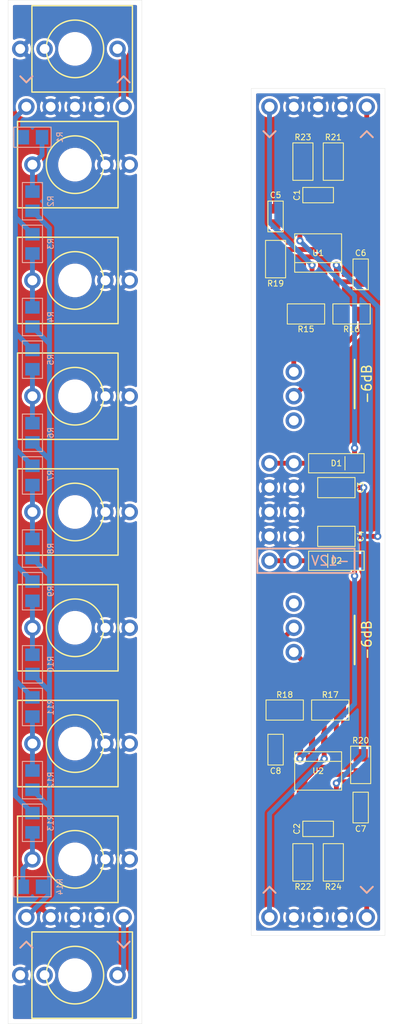
<source format=kicad_pcb>
(kicad_pcb (version 20171130) (host pcbnew 5.1.5)
  (layers (0 F.Cu signal) (31 B.Cu signal) (34 B.Paste user) (35 F.Paste user) (36 B.SilkS user) (37 F.SilkS user) (38 B.Mask user) (39 F.Mask user) (44 Edge.Cuts user))
  (net 0 "")
  (net 1 GND)
  (net 2 "Net-(C1-Pad1)")
  (net 3 "Net-(C1-Pad2)")
  (net 4 "Net-(C2-Pad1)")
  (net 5 "Net-(C2-Pad2)")
  (net 6 +12V)
  (net 7 -12V)
  (net 8 "Net-(D1-Pad2)")
  (net 9 "Net-(D2-Pad1)")
  (net 10 "Net-(J1-Pad2)")
  (net 11 "Net-(J1-Pad3)")
  (net 12 "Net-(J2-Pad3)")
  (net 13 "Net-(J3-Pad3)")
  (net 14 "Net-(J4-Pad3)")
  (net 15 "Net-(J5-Pad3)")
  (net 16 "Net-(J6-Pad3)")
  (net 17 "Net-(J7-Pad3)")
  (net 18 "Net-(J8-Pad3)")
  (net 19 "Net-(J9-Pad2)")
  (net 20 "Net-(J9-Pad3)")
  (net 21 "Net-(P1-Pad1)")
  (net 22 "Net-(P2-Pad1)")
  (net 23 "Net-(P3-Pad5)")
  (net 24 "Net-(P4-Pad5)")
  (net 25 "Net-(P5-Pad2)")
  (net 26 "Net-(P5-Pad3)")
  (net 27 "Net-(P6-Pad2)")
  (net 28 "Net-(P6-Pad3)")
  (net 29 "Net-(P3-Pad1)")
  (net 30 "Net-(P4-Pad1)")
  (net 31 "Net-(P5-Pad1)")
  (net 32 "Net-(P6-Pad1)")
  (module nearness:0805 (layer F.Cu) (at 28.8925 -20.6375)
    (fp_text reference R16 (at 0 1.5875) (layer F.SilkS) (effects (font (size 0.6 0.6) (thickness 0.1))))
    (fp_text value 100k)
    (pad 1 smd rect (at -1 0) (size 1.3 1.5) (layers F.Cu F.Paste F.Mask) (net 29 "Net-(P3-Pad1)"))
    (pad 2 smd rect (at 1 0) (size 1.3 1.5) (layers F.Cu F.Paste F.Mask) (net 25 "Net-(P5-Pad2)"))
  )
  (module nearness:0603 (layer F.Cu) (at 25.4 -33.02 180)
    (fp_text reference C1 (at 2.2225 0 270) (layer F.SilkS) (effects (font (size 0.6 0.6) (thickness 0.1))))
    (fp_text value 22p)
    (pad 1 smd rect (at -0.8 0 180) (size 1 1) (layers F.Cu F.Paste F.Mask) (net 2 "Net-(C1-Pad1)"))
    (pad 2 smd rect (at 0.8 0 180) (size 1 1) (layers F.Cu F.Paste F.Mask) (net 3 "Net-(C1-Pad2)"))
  )
  (module nearness:0603 (layer F.Cu) (at 25.4 33.02)
    (fp_text reference C2 (at -2.2225 0 90) (layer F.SilkS) (effects (font (size 0.6 0.6) (thickness 0.1))))
    (fp_text value 22p)
    (pad 1 smd rect (at -0.8 0) (size 1 1) (layers F.Cu F.Paste F.Mask) (net 4 "Net-(C2-Pad1)"))
    (pad 2 smd rect (at 0.8 0) (size 1 1) (layers F.Cu F.Paste F.Mask) (net 5 "Net-(C2-Pad2)"))
  )
  (module nearness:0805 (layer F.Cu) (at 27.305 -2.54 180)
    (fp_text reference C3 (at -2.54 0 270) (layer F.SilkS) (effects (font (size 0.6 0.6) (thickness 0.1))))
    (fp_text value 22u)
    (pad 1 smd rect (at -1 0 180) (size 1.3 1.5) (layers F.Cu F.Paste F.Mask) (net 6 +12V))
    (pad 2 smd rect (at 1 0 180) (size 1.3 1.5) (layers F.Cu F.Paste F.Mask) (net 1 GND))
  )
  (module nearness:0805 (layer F.Cu) (at 27.305 2.54)
    (fp_text reference C4 (at 2.54 0 90) (layer F.SilkS) (effects (font (size 0.6 0.6) (thickness 0.1))))
    (fp_text value 22u)
    (pad 1 smd rect (at -1 0) (size 1.3 1.5) (layers F.Cu F.Paste F.Mask) (net 1 GND))
    (pad 2 smd rect (at 1 0) (size 1.3 1.5) (layers F.Cu F.Paste F.Mask) (net 7 -12V))
  )
  (module nearness:0603 (layer F.Cu) (at 20.955 -30.7975 90)
    (fp_text reference C5 (at 2.2225 0 180) (layer F.SilkS) (effects (font (size 0.6 0.6) (thickness 0.1))))
    (fp_text value 100n)
    (pad 1 smd rect (at -0.8 0 90) (size 1 1) (layers F.Cu F.Paste F.Mask) (net 6 +12V))
    (pad 2 smd rect (at 0.8 0 90) (size 1 1) (layers F.Cu F.Paste F.Mask) (net 1 GND))
  )
  (module nearness:0603 (layer F.Cu) (at 29.845 -24.765 270)
    (fp_text reference C6 (at -2.2225 0) (layer F.SilkS) (effects (font (size 0.6 0.6) (thickness 0.1))))
    (fp_text value 100n)
    (pad 1 smd rect (at -0.8 0 270) (size 1 1) (layers F.Cu F.Paste F.Mask) (net 1 GND))
    (pad 2 smd rect (at 0.8 0 270) (size 1 1) (layers F.Cu F.Paste F.Mask) (net 7 -12V))
  )
  (module nearness:0603 (layer F.Cu) (at 29.845 30.7975 270)
    (fp_text reference C7 (at 2.2225 0) (layer F.SilkS) (effects (font (size 0.6 0.6) (thickness 0.1))))
    (fp_text value 100n)
    (pad 1 smd rect (at -0.8 0 270) (size 1 1) (layers F.Cu F.Paste F.Mask) (net 6 +12V))
    (pad 2 smd rect (at 0.8 0 270) (size 1 1) (layers F.Cu F.Paste F.Mask) (net 1 GND))
  )
  (module nearness:0603 (layer F.Cu) (at 20.955 24.765 90)
    (fp_text reference C8 (at -2.2225 0 180) (layer F.SilkS) (effects (font (size 0.6 0.6) (thickness 0.1))))
    (fp_text value 100n)
    (pad 1 smd rect (at -0.8 0 90) (size 1 1) (layers F.Cu F.Paste F.Mask) (net 1 GND))
    (pad 2 smd rect (at 0.8 0 90) (size 1 1) (layers F.Cu F.Paste F.Mask) (net 7 -12V))
  )
  (module nearness:SOD-123 (layer F.Cu) (at 27.305 -5.08 180)
    (fp_text reference D1 (at 0 0 180) (layer F.SilkS) (effects (font (size 0.6 0.6) (thickness 0.1))))
    (fp_text value 1N5819HW)
    (pad 1 smd rect (at -1.9 0 180) (size 1.4 1.4) (layers F.Cu F.Paste F.Mask) (net 6 +12V))
    (pad 2 smd rect (at 1.9 0 180) (size 1.4 1.4) (layers F.Cu F.Paste F.Mask) (net 8 "Net-(D1-Pad2)"))
  )
  (module nearness:SOD-123 (layer F.Cu) (at 27.305 5.08)
    (fp_text reference D2 (at 0 0) (layer F.SilkS) (effects (font (size 0.6 0.6) (thickness 0.1))))
    (fp_text value 1N5819HW)
    (pad 1 smd rect (at -1.9 0) (size 1.4 1.4) (layers F.Cu F.Paste F.Mask) (net 9 "Net-(D2-Pad1)"))
    (pad 2 smd rect (at 1.9 0) (size 1.4 1.4) (layers F.Cu F.Paste F.Mask) (net 7 -12V))
  )
  (module nearness:SOIC-8 (layer F.Cu) (at 25.4 -26.9875)
    (fp_text reference U1 (at 0 0) (layer F.SilkS) (effects (font (size 0.6 0.6) (thickness 0.1))))
    (fp_text value LME49720)
    (pad 1 smd rect (at -1.905 3) (size 0.65 2) (layers F.Cu F.Paste F.Mask) (net 31 "Net-(P5-Pad1)"))
    (pad 2 smd rect (at -0.635 3) (size 0.65 2) (layers F.Cu F.Paste F.Mask) (net 29 "Net-(P3-Pad1)"))
    (pad 3 smd rect (at 0.635 3) (size 0.65 2) (layers F.Cu F.Paste F.Mask) (net 1 GND))
    (pad 4 smd rect (at 1.905 3) (size 0.65 2) (layers F.Cu F.Paste F.Mask) (net 7 -12V))
    (pad 5 smd rect (at 1.905 -3) (size 0.65 2) (layers F.Cu F.Paste F.Mask) (net 1 GND))
    (pad 6 smd rect (at 0.635 -3) (size 0.65 2) (layers F.Cu F.Paste F.Mask) (net 2 "Net-(C1-Pad1)"))
    (pad 7 smd rect (at -0.635 -3) (size 0.65 2) (layers F.Cu F.Paste F.Mask) (net 3 "Net-(C1-Pad2)"))
    (pad 8 smd rect (at -1.905 -3) (size 0.65 2) (layers F.Cu F.Paste F.Mask) (net 6 +12V))
  )
  (module nearness:SOIC-8 (layer F.Cu) (at 25.4 26.9875 180)
    (fp_text reference U2 (at 0 0 180) (layer F.SilkS) (effects (font (size 0.6 0.6) (thickness 0.1))))
    (fp_text value LME49720)
    (pad 1 smd rect (at -1.905 3 180) (size 0.65 2) (layers F.Cu F.Paste F.Mask) (net 32 "Net-(P6-Pad1)"))
    (pad 2 smd rect (at -0.635 3 180) (size 0.65 2) (layers F.Cu F.Paste F.Mask) (net 30 "Net-(P4-Pad1)"))
    (pad 3 smd rect (at 0.635 3 180) (size 0.65 2) (layers F.Cu F.Paste F.Mask) (net 1 GND))
    (pad 4 smd rect (at 1.905 3 180) (size 0.65 2) (layers F.Cu F.Paste F.Mask) (net 7 -12V))
    (pad 5 smd rect (at 1.905 -3 180) (size 0.65 2) (layers F.Cu F.Paste F.Mask) (net 1 GND))
    (pad 6 smd rect (at 0.635 -3 180) (size 0.65 2) (layers F.Cu F.Paste F.Mask) (net 4 "Net-(C2-Pad1)"))
    (pad 7 smd rect (at -0.635 -3 180) (size 0.65 2) (layers F.Cu F.Paste F.Mask) (net 5 "Net-(C2-Pad2)"))
    (pad 8 smd rect (at -1.905 -3 180) (size 0.65 2) (layers F.Cu F.Paste F.Mask) (net 6 +12V))
  )
  (module nearness:Pin_1x5 (layer F.Cu) (at 0 -42.2275 90)
    (fp_text reference P1 hide)
    (fp_text value CONN_01X05)
    (pad 1 thru_hole circle (at 0 -5.08 90) (size 1.7272 1.7272) (drill 1.016) (layers *.Cu *.Mask) (net 21 "Net-(P1-Pad1)"))
    (pad 2 thru_hole circle (at 0 -2.54 90) (size 1.7272 1.7272) (drill 1.016) (layers *.Cu *.Mask) (net 1 GND))
    (pad 3 thru_hole circle (at 0 0 90) (size 1.7272 1.7272) (drill 1.016) (layers *.Cu *.Mask) (net 1 GND))
    (pad 4 thru_hole circle (at 0 2.54 90) (size 1.7272 1.7272) (drill 1.016) (layers *.Cu *.Mask) (net 1 GND))
    (pad 5 thru_hole circle (at 0 5.08 90) (size 1.7272 1.7272) (drill 1.016) (layers *.Cu *.Mask) (net 11 "Net-(J1-Pad3)"))
  )
  (module nearness:Pin_1x5 (layer F.Cu) (at 0 42.2275 90)
    (fp_text reference P2 hide)
    (fp_text value CONN_01X05)
    (pad 1 thru_hole circle (at 0 -5.08 90) (size 1.7272 1.7272) (drill 1.016) (layers *.Cu *.Mask) (net 22 "Net-(P2-Pad1)"))
    (pad 2 thru_hole circle (at 0 -2.54 90) (size 1.7272 1.7272) (drill 1.016) (layers *.Cu *.Mask) (net 1 GND))
    (pad 3 thru_hole circle (at 0 0 90) (size 1.7272 1.7272) (drill 1.016) (layers *.Cu *.Mask) (net 1 GND))
    (pad 4 thru_hole circle (at 0 2.54 90) (size 1.7272 1.7272) (drill 1.016) (layers *.Cu *.Mask) (net 1 GND))
    (pad 5 thru_hole circle (at 0 5.08 90) (size 1.7272 1.7272) (drill 1.016) (layers *.Cu *.Mask) (net 20 "Net-(J9-Pad3)"))
  )
  (module nearness:Pin_1x5 (layer F.Cu) (at 25.4 -42.2275 90)
    (fp_text reference P3 hide)
    (fp_text value CONN_01X05)
    (pad 1 thru_hole circle (at 0 -5.08 90) (size 1.7272 1.7272) (drill 1.016) (layers *.Cu *.Mask) (net 29 "Net-(P3-Pad1)"))
    (pad 2 thru_hole circle (at 0 -2.54 90) (size 1.7272 1.7272) (drill 1.016) (layers *.Cu *.Mask) (net 1 GND))
    (pad 3 thru_hole circle (at 0 0 90) (size 1.7272 1.7272) (drill 1.016) (layers *.Cu *.Mask) (net 1 GND))
    (pad 4 thru_hole circle (at 0 2.54 90) (size 1.7272 1.7272) (drill 1.016) (layers *.Cu *.Mask) (net 1 GND))
    (pad 5 thru_hole circle (at 0 5.08 90) (size 1.7272 1.7272) (drill 1.016) (layers *.Cu *.Mask) (net 23 "Net-(P3-Pad5)"))
  )
  (module nearness:Pin_1x5 (layer F.Cu) (at 25.4 42.2275 90)
    (fp_text reference P4 hide)
    (fp_text value CONN_01X05)
    (pad 1 thru_hole circle (at 0 -5.08 90) (size 1.7272 1.7272) (drill 1.016) (layers *.Cu *.Mask) (net 30 "Net-(P4-Pad1)"))
    (pad 2 thru_hole circle (at 0 -2.54 90) (size 1.7272 1.7272) (drill 1.016) (layers *.Cu *.Mask) (net 1 GND))
    (pad 3 thru_hole circle (at 0 0 90) (size 1.7272 1.7272) (drill 1.016) (layers *.Cu *.Mask) (net 1 GND))
    (pad 4 thru_hole circle (at 0 2.54 90) (size 1.7272 1.7272) (drill 1.016) (layers *.Cu *.Mask) (net 1 GND))
    (pad 5 thru_hole circle (at 0 5.08 90) (size 1.7272 1.7272) (drill 1.016) (layers *.Cu *.Mask) (net 24 "Net-(P4-Pad5)"))
  )
  (module nearness:Pin_1x3 (layer F.Cu) (at 22.86 -12.065)
    (fp_text reference P5 hide)
    (fp_text value CONN_01X03)
    (pad 1 thru_hole circle (at 0 -2.54) (size 1.7272 1.7272) (drill 1.016) (layers *.Cu *.Mask) (net 31 "Net-(P5-Pad1)"))
    (pad 2 thru_hole circle (at 0 0) (size 1.7272 1.7272) (drill 1.016) (layers *.Cu *.Mask) (net 25 "Net-(P5-Pad2)"))
    (pad 3 thru_hole circle (at 0 2.54) (size 1.7272 1.7272) (drill 1.016) (layers *.Cu *.Mask) (net 26 "Net-(P5-Pad3)"))
  )
  (module nearness:Pin_1x3 (layer F.Cu) (at 22.86 12.065 180)
    (fp_text reference P6 hide)
    (fp_text value CONN_01X03)
    (pad 1 thru_hole circle (at 0 -2.54 180) (size 1.7272 1.7272) (drill 1.016) (layers *.Cu *.Mask) (net 32 "Net-(P6-Pad1)"))
    (pad 2 thru_hole circle (at 0 0 180) (size 1.7272 1.7272) (drill 1.016) (layers *.Cu *.Mask) (net 27 "Net-(P6-Pad2)"))
    (pad 3 thru_hole circle (at 0 2.54 180) (size 1.7272 1.7272) (drill 1.016) (layers *.Cu *.Mask) (net 28 "Net-(P6-Pad3)"))
  )
  (module nearness:0805 (layer B.Cu) (at -4.445 -39.0525 180)
    (fp_text reference R1 (at -2.8575 0 270) (layer B.SilkS) (effects (font (size 0.6 0.6) (thickness 0.1)) (justify mirror)))
    (fp_text value 100k)
    (pad 1 smd rect (at -1 0 180) (size 1.3 1.5) (layers B.Cu B.Paste B.Mask) (net 12 "Net-(J2-Pad3)"))
    (pad 2 smd rect (at 1 0 180) (size 1.3 1.5) (layers B.Cu B.Paste B.Mask) (net 21 "Net-(P1-Pad1)"))
  )
  (module nearness:0805 (layer B.Cu) (at -4.445 -32.385 270)
    (fp_text reference R2 (at 0 -1.905 90) (layer B.SilkS) (effects (font (size 0.6 0.6) (thickness 0.1)) (justify mirror)))
    (fp_text value 1M67)
    (pad 1 smd rect (at -1 0 270) (size 1.3 1.5) (layers B.Cu B.Paste B.Mask) (net 12 "Net-(J2-Pad3)"))
    (pad 2 smd rect (at 1 0 270) (size 1.3 1.5) (layers B.Cu B.Paste B.Mask) (net 22 "Net-(P2-Pad1)"))
  )
  (module nearness:0805 (layer B.Cu) (at -4.445 -27.94 90)
    (fp_text reference R3 (at 0 1.905 90) (layer B.SilkS) (effects (font (size 0.6 0.6) (thickness 0.1)) (justify mirror)))
    (fp_text value 103k)
    (pad 1 smd rect (at -1 0 90) (size 1.3 1.5) (layers B.Cu B.Paste B.Mask) (net 13 "Net-(J3-Pad3)"))
    (pad 2 smd rect (at 1 0 90) (size 1.3 1.5) (layers B.Cu B.Paste B.Mask) (net 21 "Net-(P1-Pad1)"))
  )
  (module nearness:0805 (layer B.Cu) (at -4.445 -20.32 270)
    (fp_text reference R4 (at 0 -1.905 270) (layer B.SilkS) (effects (font (size 0.6 0.6) (thickness 0.1)) (justify mirror)))
    (fp_text value 439k)
    (pad 1 smd rect (at -1 0 270) (size 1.3 1.5) (layers B.Cu B.Paste B.Mask) (net 13 "Net-(J3-Pad3)"))
    (pad 2 smd rect (at 1 0 270) (size 1.3 1.5) (layers B.Cu B.Paste B.Mask) (net 22 "Net-(P2-Pad1)"))
  )
  (module nearness:0805 (layer B.Cu) (at -4.445 -15.875 90)
    (fp_text reference R5 (at 0 1.905 90) (layer B.SilkS) (effects (font (size 0.6 0.6) (thickness 0.1)) (justify mirror)))
    (fp_text value 113k)
    (pad 1 smd rect (at -1 0 90) (size 1.3 1.5) (layers B.Cu B.Paste B.Mask) (net 14 "Net-(J4-Pad3)"))
    (pad 2 smd rect (at 1 0 90) (size 1.3 1.5) (layers B.Cu B.Paste B.Mask) (net 21 "Net-(P1-Pad1)"))
  )
  (module nearness:0805 (layer B.Cu) (at -4.445 -8.255 270)
    (fp_text reference R6 (at 0 -1.905 270) (layer B.SilkS) (effects (font (size 0.6 0.6) (thickness 0.1)) (justify mirror)))
    (fp_text value 215k)
    (pad 1 smd rect (at -1 0 270) (size 1.3 1.5) (layers B.Cu B.Paste B.Mask) (net 14 "Net-(J4-Pad3)"))
    (pad 2 smd rect (at 1 0 270) (size 1.3 1.5) (layers B.Cu B.Paste B.Mask) (net 22 "Net-(P2-Pad1)"))
  )
  (module nearness:0805 (layer B.Cu) (at -4.445 -3.81 90)
    (fp_text reference R7 (at 0 1.905 90) (layer B.SilkS) (effects (font (size 0.6 0.6) (thickness 0.1)) (justify mirror)))
    (fp_text value 141k)
    (pad 1 smd rect (at -1 0 90) (size 1.3 1.5) (layers B.Cu B.Paste B.Mask) (net 15 "Net-(J5-Pad3)"))
    (pad 2 smd rect (at 1 0 90) (size 1.3 1.5) (layers B.Cu B.Paste B.Mask) (net 21 "Net-(P1-Pad1)"))
  )
  (module nearness:0805 (layer B.Cu) (at -4.445 3.81 270)
    (fp_text reference R8 (at 0 -1.905 270) (layer B.SilkS) (effects (font (size 0.6 0.6) (thickness 0.1)) (justify mirror)))
    (fp_text value 141k)
    (pad 1 smd rect (at -1 0 270) (size 1.3 1.5) (layers B.Cu B.Paste B.Mask) (net 15 "Net-(J5-Pad3)"))
    (pad 2 smd rect (at 1 0 270) (size 1.3 1.5) (layers B.Cu B.Paste B.Mask) (net 22 "Net-(P2-Pad1)"))
  )
  (module nearness:0805 (layer B.Cu) (at -4.445 8.255 90)
    (fp_text reference R9 (at 0 1.905 90) (layer B.SilkS) (effects (font (size 0.6 0.6) (thickness 0.1)) (justify mirror)))
    (fp_text value 215k)
    (pad 1 smd rect (at -1 0 90) (size 1.3 1.5) (layers B.Cu B.Paste B.Mask) (net 16 "Net-(J6-Pad3)"))
    (pad 2 smd rect (at 1 0 90) (size 1.3 1.5) (layers B.Cu B.Paste B.Mask) (net 21 "Net-(P1-Pad1)"))
  )
  (module nearness:0805 (layer B.Cu) (at -4.445 15.875 270)
    (fp_text reference R10 (at 0 -1.905 270) (layer B.SilkS) (effects (font (size 0.6 0.6) (thickness 0.1)) (justify mirror)))
    (fp_text value 113k)
    (pad 1 smd rect (at -1 0 270) (size 1.3 1.5) (layers B.Cu B.Paste B.Mask) (net 16 "Net-(J6-Pad3)"))
    (pad 2 smd rect (at 1 0 270) (size 1.3 1.5) (layers B.Cu B.Paste B.Mask) (net 22 "Net-(P2-Pad1)"))
  )
  (module nearness:0805 (layer B.Cu) (at -4.445 20.32 90)
    (fp_text reference R11 (at 0 1.905 90) (layer B.SilkS) (effects (font (size 0.6 0.6) (thickness 0.1)) (justify mirror)))
    (fp_text value 439k)
    (pad 1 smd rect (at -1 0 90) (size 1.3 1.5) (layers B.Cu B.Paste B.Mask) (net 17 "Net-(J7-Pad3)"))
    (pad 2 smd rect (at 1 0 90) (size 1.3 1.5) (layers B.Cu B.Paste B.Mask) (net 21 "Net-(P1-Pad1)"))
  )
  (module nearness:0805 (layer B.Cu) (at -4.445 27.94 270)
    (fp_text reference R12 (at 0 -1.905 270) (layer B.SilkS) (effects (font (size 0.6 0.6) (thickness 0.1)) (justify mirror)))
    (fp_text value 103k)
    (pad 1 smd rect (at -1 0 270) (size 1.3 1.5) (layers B.Cu B.Paste B.Mask) (net 17 "Net-(J7-Pad3)"))
    (pad 2 smd rect (at 1 0 270) (size 1.3 1.5) (layers B.Cu B.Paste B.Mask) (net 22 "Net-(P2-Pad1)"))
  )
  (module nearness:0805 (layer B.Cu) (at -4.445 32.385 90)
    (fp_text reference R13 (at 0 1.905 90) (layer B.SilkS) (effects (font (size 0.6 0.6) (thickness 0.1)) (justify mirror)))
    (fp_text value 1M67)
    (pad 1 smd rect (at -1 0 90) (size 1.3 1.5) (layers B.Cu B.Paste B.Mask) (net 18 "Net-(J8-Pad3)"))
    (pad 2 smd rect (at 1 0 90) (size 1.3 1.5) (layers B.Cu B.Paste B.Mask) (net 21 "Net-(P1-Pad1)"))
  )
  (module nearness:0805 (layer B.Cu) (at -4.445 39.0525)
    (fp_text reference R14 (at 2.8575 0 90) (layer B.SilkS) (effects (font (size 0.6 0.6) (thickness 0.1)) (justify mirror)))
    (fp_text value 100k)
    (pad 1 smd rect (at -1 0) (size 1.3 1.5) (layers B.Cu B.Paste B.Mask) (net 18 "Net-(J8-Pad3)"))
    (pad 2 smd rect (at 1 0) (size 1.3 1.5) (layers B.Cu B.Paste B.Mask) (net 22 "Net-(P2-Pad1)"))
  )
  (module nearness:0805 (layer F.Cu) (at 24.13 -20.6375 180)
    (fp_text reference R15 (at 0 -1.5875 180) (layer F.SilkS) (effects (font (size 0.6 0.6) (thickness 0.1))))
    (fp_text value 100k)
    (pad 1 smd rect (at -1 0 180) (size 1.3 1.5) (layers F.Cu F.Paste F.Mask) (net 29 "Net-(P3-Pad1)"))
    (pad 2 smd rect (at 1 0 180) (size 1.3 1.5) (layers F.Cu F.Paste F.Mask) (net 31 "Net-(P5-Pad1)"))
  )
  (module nearness:0805 (layer F.Cu) (at 26.67 20.6375)
    (fp_text reference R17 (at 0 -1.5875 180) (layer F.SilkS) (effects (font (size 0.6 0.6) (thickness 0.1))))
    (fp_text value 100k)
    (pad 1 smd rect (at -1 0) (size 1.3 1.5) (layers F.Cu F.Paste F.Mask) (net 30 "Net-(P4-Pad1)"))
    (pad 2 smd rect (at 1 0) (size 1.3 1.5) (layers F.Cu F.Paste F.Mask) (net 32 "Net-(P6-Pad1)"))
  )
  (module nearness:0805 (layer F.Cu) (at 21.9075 20.6375 180)
    (fp_text reference R18 (at 0 1.5875) (layer F.SilkS) (effects (font (size 0.6 0.6) (thickness 0.1))))
    (fp_text value 100k)
    (pad 1 smd rect (at -1 0 180) (size 1.3 1.5) (layers F.Cu F.Paste F.Mask) (net 30 "Net-(P4-Pad1)"))
    (pad 2 smd rect (at 1 0 180) (size 1.3 1.5) (layers F.Cu F.Paste F.Mask) (net 27 "Net-(P6-Pad2)"))
  )
  (module nearness:0805 (layer F.Cu) (at 20.955 -26.3525 90)
    (fp_text reference R19 (at -2.54 0 180) (layer F.SilkS) (effects (font (size 0.6 0.6) (thickness 0.1))))
    (fp_text value 100k)
    (pad 1 smd rect (at -1 0 90) (size 1.3 1.5) (layers F.Cu F.Paste F.Mask) (net 31 "Net-(P5-Pad1)"))
    (pad 2 smd rect (at 1 0 90) (size 1.3 1.5) (layers F.Cu F.Paste F.Mask) (net 2 "Net-(C1-Pad1)"))
  )
  (module nearness:0805 (layer F.Cu) (at 29.845 26.3525 270)
    (fp_text reference R20 (at -2.54 0) (layer F.SilkS) (effects (font (size 0.6 0.6) (thickness 0.1))))
    (fp_text value 100k)
    (pad 1 smd rect (at -1 0 270) (size 1.3 1.5) (layers F.Cu F.Paste F.Mask) (net 32 "Net-(P6-Pad1)"))
    (pad 2 smd rect (at 1 0 270) (size 1.3 1.5) (layers F.Cu F.Paste F.Mask) (net 4 "Net-(C2-Pad1)"))
  )
  (module nearness:0805 (layer F.Cu) (at 26.9875 -36.5125 90)
    (fp_text reference R21 (at 2.54 0) (layer F.SilkS) (effects (font (size 0.6 0.6) (thickness 0.1))))
    (fp_text value 100k)
    (pad 1 smd rect (at -1 0 90) (size 1.3 1.5) (layers F.Cu F.Paste F.Mask) (net 2 "Net-(C1-Pad1)"))
    (pad 2 smd rect (at 1 0 90) (size 1.3 1.5) (layers F.Cu F.Paste F.Mask) (net 23 "Net-(P3-Pad5)"))
  )
  (module nearness:0805 (layer F.Cu) (at 23.8125 36.5125 270)
    (fp_text reference R22 (at 2.54 0) (layer F.SilkS) (effects (font (size 0.6 0.6) (thickness 0.1))))
    (fp_text value 100k)
    (pad 1 smd rect (at -1 0 270) (size 1.3 1.5) (layers F.Cu F.Paste F.Mask) (net 4 "Net-(C2-Pad1)"))
    (pad 2 smd rect (at 1 0 270) (size 1.3 1.5) (layers F.Cu F.Paste F.Mask) (net 24 "Net-(P4-Pad5)"))
  )
  (module nearness:0805 (layer F.Cu) (at 23.8125 -36.5125 90)
    (fp_text reference R23 (at 2.54 0 180) (layer F.SilkS) (effects (font (size 0.6 0.6) (thickness 0.1))))
    (fp_text value 1k)
    (pad 1 smd rect (at -1 0 90) (size 1.3 1.5) (layers F.Cu F.Paste F.Mask) (net 3 "Net-(C1-Pad2)"))
    (pad 2 smd rect (at 1 0 90) (size 1.3 1.5) (layers F.Cu F.Paste F.Mask) (net 23 "Net-(P3-Pad5)"))
  )
  (module nearness:0805 (layer F.Cu) (at 26.9875 36.5125 270)
    (fp_text reference R24 (at 2.54 0) (layer F.SilkS) (effects (font (size 0.6 0.6) (thickness 0.1))))
    (fp_text value 1k)
    (pad 1 smd rect (at -1 0 270) (size 1.3 1.5) (layers F.Cu F.Paste F.Mask) (net 5 "Net-(C2-Pad2)"))
    (pad 2 smd rect (at 1 0 270) (size 1.3 1.5) (layers F.Cu F.Paste F.Mask) (net 24 "Net-(P4-Pad5)"))
  )
  (module nearness:PJ301M12 (layer F.Cu) (at 0 48.26 270)
    (fp_text reference J9 hide)
    (fp_text value PJ301M12)
    (pad 1 thru_hole circle (at 0 5.715 270) (size 1.7272 1.7272) (drill 1.016) (layers *.Cu *.Mask) (net 1 GND))
    (pad 2 thru_hole circle (at 0 3.175 270) (size 1.7272 1.7272) (drill 1.016) (layers *.Cu *.Mask) (net 19 "Net-(J9-Pad2)"))
    (pad 3 thru_hole circle (at 0 -4.445 270) (size 1.7272 1.7272) (drill 1.016) (layers *.Cu *.Mask) (net 20 "Net-(J9-Pad3)"))
    (pad "" np_thru_hole circle (at 0 0 270) (size 3 3) (drill 3) (layers *.Cu *.Mask))
  )
  (module nearness:PJ301M12 (layer F.Cu) (at 0 36.195 90)
    (fp_text reference J8 hide)
    (fp_text value PJ301M12)
    (pad 1 thru_hole circle (at 0 5.715 90) (size 1.7272 1.7272) (drill 1.016) (layers *.Cu *.Mask) (net 1 GND))
    (pad 2 thru_hole circle (at 0 3.175 90) (size 1.7272 1.7272) (drill 1.016) (layers *.Cu *.Mask) (net 1 GND))
    (pad 3 thru_hole circle (at 0 -4.445 90) (size 1.7272 1.7272) (drill 1.016) (layers *.Cu *.Mask) (net 18 "Net-(J8-Pad3)"))
    (pad "" np_thru_hole circle (at 0 0 90) (size 3 3) (drill 3) (layers *.Cu *.Mask))
  )
  (module nearness:PJ301M12 (layer F.Cu) (at 0 24.13 90)
    (fp_text reference J7 hide)
    (fp_text value PJ301M12)
    (pad 1 thru_hole circle (at 0 5.715 90) (size 1.7272 1.7272) (drill 1.016) (layers *.Cu *.Mask) (net 1 GND))
    (pad 2 thru_hole circle (at 0 3.175 90) (size 1.7272 1.7272) (drill 1.016) (layers *.Cu *.Mask) (net 1 GND))
    (pad 3 thru_hole circle (at 0 -4.445 90) (size 1.7272 1.7272) (drill 1.016) (layers *.Cu *.Mask) (net 17 "Net-(J7-Pad3)"))
    (pad "" np_thru_hole circle (at 0 0 90) (size 3 3) (drill 3) (layers *.Cu *.Mask))
  )
  (module nearness:PJ301M12 (layer F.Cu) (at 0 12.065 90)
    (fp_text reference J6 hide)
    (fp_text value PJ301M12)
    (pad 1 thru_hole circle (at 0 5.715 90) (size 1.7272 1.7272) (drill 1.016) (layers *.Cu *.Mask) (net 1 GND))
    (pad 2 thru_hole circle (at 0 3.175 90) (size 1.7272 1.7272) (drill 1.016) (layers *.Cu *.Mask) (net 1 GND))
    (pad 3 thru_hole circle (at 0 -4.445 90) (size 1.7272 1.7272) (drill 1.016) (layers *.Cu *.Mask) (net 16 "Net-(J6-Pad3)"))
    (pad "" np_thru_hole circle (at 0 0 90) (size 3 3) (drill 3) (layers *.Cu *.Mask))
  )
  (module nearness:PJ301M12 (layer F.Cu) (at 0 0 90)
    (fp_text reference J5 hide)
    (fp_text value PJ301M12)
    (pad 1 thru_hole circle (at 0 5.715 90) (size 1.7272 1.7272) (drill 1.016) (layers *.Cu *.Mask) (net 1 GND))
    (pad 2 thru_hole circle (at 0 3.175 90) (size 1.7272 1.7272) (drill 1.016) (layers *.Cu *.Mask) (net 1 GND))
    (pad 3 thru_hole circle (at 0 -4.445 90) (size 1.7272 1.7272) (drill 1.016) (layers *.Cu *.Mask) (net 15 "Net-(J5-Pad3)"))
    (pad "" np_thru_hole circle (at 0 0 90) (size 3 3) (drill 3) (layers *.Cu *.Mask))
  )
  (module nearness:PJ301M12 (layer F.Cu) (at 0 -12.065 90)
    (fp_text reference J4 hide)
    (fp_text value PJ301M12)
    (pad 1 thru_hole circle (at 0 5.715 90) (size 1.7272 1.7272) (drill 1.016) (layers *.Cu *.Mask) (net 1 GND))
    (pad 2 thru_hole circle (at 0 3.175 90) (size 1.7272 1.7272) (drill 1.016) (layers *.Cu *.Mask) (net 1 GND))
    (pad 3 thru_hole circle (at 0 -4.445 90) (size 1.7272 1.7272) (drill 1.016) (layers *.Cu *.Mask) (net 14 "Net-(J4-Pad3)"))
    (pad "" np_thru_hole circle (at 0 0 90) (size 3 3) (drill 3) (layers *.Cu *.Mask))
  )
  (module nearness:PJ301M12 (layer F.Cu) (at 0 -24.13 90)
    (fp_text reference J3 hide)
    (fp_text value PJ301M12)
    (pad 1 thru_hole circle (at 0 5.715 90) (size 1.7272 1.7272) (drill 1.016) (layers *.Cu *.Mask) (net 1 GND))
    (pad 2 thru_hole circle (at 0 3.175 90) (size 1.7272 1.7272) (drill 1.016) (layers *.Cu *.Mask) (net 1 GND))
    (pad 3 thru_hole circle (at 0 -4.445 90) (size 1.7272 1.7272) (drill 1.016) (layers *.Cu *.Mask) (net 13 "Net-(J3-Pad3)"))
    (pad "" np_thru_hole circle (at 0 0 90) (size 3 3) (drill 3) (layers *.Cu *.Mask))
  )
  (module nearness:PJ301M12 (layer F.Cu) (at 0 -36.195 90)
    (fp_text reference J2 hide)
    (fp_text value PJ301M12)
    (pad 1 thru_hole circle (at 0 5.715 90) (size 1.7272 1.7272) (drill 1.016) (layers *.Cu *.Mask) (net 1 GND))
    (pad 2 thru_hole circle (at 0 3.175 90) (size 1.7272 1.7272) (drill 1.016) (layers *.Cu *.Mask) (net 1 GND))
    (pad 3 thru_hole circle (at 0 -4.445 90) (size 1.7272 1.7272) (drill 1.016) (layers *.Cu *.Mask) (net 12 "Net-(J2-Pad3)"))
    (pad "" np_thru_hole circle (at 0 0 90) (size 3 3) (drill 3) (layers *.Cu *.Mask))
  )
  (module nearness:PJ301M12 (layer F.Cu) (at 0 -48.26 270)
    (fp_text reference J1 hide)
    (fp_text value PJ301M12)
    (pad 1 thru_hole circle (at 0 5.715 270) (size 1.7272 1.7272) (drill 1.016) (layers *.Cu *.Mask) (net 1 GND))
    (pad 2 thru_hole circle (at 0 3.175 270) (size 1.7272 1.7272) (drill 1.016) (layers *.Cu *.Mask) (net 10 "Net-(J1-Pad2)"))
    (pad 3 thru_hole circle (at 0 -4.445 270) (size 1.7272 1.7272) (drill 1.016) (layers *.Cu *.Mask) (net 11 "Net-(J1-Pad3)"))
    (pad "" np_thru_hole circle (at 0 0 270) (size 3 3) (drill 3) (layers *.Cu *.Mask))
  )
  (module nearness:Eurorack_2x5 (layer B.Cu) (at 21.59 0 180)
    (fp_text reference P7 hide)
    (fp_text value CONN_01X03)
    (fp_text user -12V (at -5.08 -5.08 180) (layer B.SilkS) (effects (justify mirror)))
    (pad 3 thru_hole circle (at -1.27 5.08 180) (size 1.7272 1.7272) (drill 1.016) (layers *.Cu *.Mask) (net 8 "Net-(D1-Pad2)"))
    (pad 3 thru_hole circle (at 1.27 5.08 180) (size 1.7272 1.7272) (drill 1.016) (layers *.Cu *.Mask) (net 8 "Net-(D1-Pad2)"))
    (pad 2 thru_hole circle (at -1.27 2.54 180) (size 1.7272 1.7272) (drill 1.016) (layers *.Cu *.Mask) (net 1 GND))
    (pad 2 thru_hole circle (at 1.27 2.54 180) (size 1.7272 1.7272) (drill 1.016) (layers *.Cu *.Mask) (net 1 GND))
    (pad 2 thru_hole circle (at -1.27 0 180) (size 1.7272 1.7272) (drill 1.016) (layers *.Cu *.Mask) (net 1 GND))
    (pad 2 thru_hole circle (at 1.27 0 180) (size 1.7272 1.7272) (drill 1.016) (layers *.Cu *.Mask) (net 1 GND))
    (pad 2 thru_hole circle (at -1.27 -2.54 180) (size 1.7272 1.7272) (drill 1.016) (layers *.Cu *.Mask) (net 1 GND))
    (pad 2 thru_hole circle (at 1.27 -2.54 180) (size 1.7272 1.7272) (drill 1.016) (layers *.Cu *.Mask) (net 1 GND))
    (pad 1 thru_hole circle (at -1.27 -5.08 180) (size 1.7272 1.7272) (drill 1.016) (layers *.Cu *.Mask) (net 9 "Net-(D2-Pad1)"))
    (pad 1 thru_hole circle (at 1.27 -5.08 180) (size 1.7272 1.7272) (drill 1.016) (layers *.Cu *.Mask) (net 9 "Net-(D2-Pad1)"))
  )
  (gr_line (start 20.32 39.0525) (end 20.955 39.6875) (angle 90) (layer B.SilkS) (width 0.2))
  (gr_line (start 19.685 39.6875) (end 20.32 39.0525) (angle 90) (layer B.SilkS) (width 0.2))
  (gr_line (start 30.48 39.6875) (end 31.115 39.0525) (angle 90) (layer B.SilkS) (width 0.2))
  (gr_line (start 29.845 39.0525) (end 30.48 39.6875) (angle 90) (layer B.SilkS) (width 0.2))
  (gr_line (start 30.48 -39.6875) (end 31.115 -39.0525) (angle 90) (layer B.SilkS) (width 0.2))
  (gr_line (start 29.845 -39.0525) (end 30.48 -39.6875) (angle 90) (layer B.SilkS) (width 0.2))
  (gr_line (start 20.32 -39.0525) (end 20.955 -39.6875) (angle 90) (layer B.SilkS) (width 0.2))
  (gr_line (start 19.685 -39.6875) (end 20.32 -39.0525) (angle 90) (layer B.SilkS) (width 0.2))
  (gr_line (start 5.08 45.4025) (end 5.715 44.7675) (angle 90) (layer B.SilkS) (width 0.2))
  (gr_line (start 4.445 44.7675) (end 5.08 45.4025) (angle 90) (layer B.SilkS) (width 0.2))
  (gr_line (start -5.08 44.7675) (end -4.445 45.4025) (angle 90) (layer B.SilkS) (width 0.2))
  (gr_line (start -5.715 45.4025) (end -5.08 44.7675) (angle 90) (layer B.SilkS) (width 0.2))
  (gr_line (start 5.08 -45.4025) (end 5.715 -44.7675) (angle 90) (layer B.SilkS) (width 0.2))
  (gr_line (start 4.445 -44.7675) (end 5.08 -45.4025) (angle 90) (layer B.SilkS) (width 0.2))
  (gr_line (start -5.08 -44.7675) (end -4.445 -45.4025) (angle 90) (layer B.SilkS) (width 0.2))
  (gr_line (start -5.715 -45.4025) (end -5.08 -44.7675) (angle 90) (layer B.SilkS) (width 0.2))
  (gr_line (start 18.415 44.1325) (end 18.415 -44.1325) (angle 90) (layer Edge.Cuts) (width 0.0254))
  (gr_line (start 32.385 44.1325) (end 18.415 44.1325) (angle 90) (layer Edge.Cuts) (width 0.0254))
  (gr_line (start 32.385 -44.1325) (end 32.385 44.1325) (angle 90) (layer Edge.Cuts) (width 0.0254))
  (gr_line (start 18.415 -44.1325) (end 32.385 -44.1325) (angle 90) (layer Edge.Cuts) (width 0.0254))
  (gr_line (start -6.985 53.34) (end -6.985 -53.34) (angle 90) (layer Edge.Cuts) (width 0.0254))
  (gr_line (start 6.985 53.34) (end -6.985 53.34) (angle 90) (layer Edge.Cuts) (width 0.0254))
  (gr_line (start 6.985 -53.34) (end 6.985 53.34) (angle 90) (layer Edge.Cuts) (width 0.0254))
  (gr_line (start -6.985 -53.34) (end 6.985 -53.34) (angle 90) (layer Edge.Cuts) (width 0.0254))
  (gr_line (start 29.21 10.795) (end 29.21 15.875) (angle 90) (layer F.SilkS) (width 0.2))
  (gr_line (start 29.21 -15.875) (end 29.21 -10.795) (angle 90) (layer F.SilkS) (width 0.2))
  (gr_text -6dB (at 30.48 13.335 90) (layer F.SilkS) (effects (font (size 1 1))))
  (gr_text -6dB (at 30.48 -13.335 90) (layer F.SilkS) (effects (font (size 1 1))))
  (gr_line (start 19.05 6.35) (end 19.05 3.81) (angle 90) (layer B.SilkS) (width 0.2))
  (gr_line (start 29.21 6.35) (end 19.05 6.35) (angle 90) (layer B.SilkS) (width 0.2))
  (gr_line (start 29.21 3.81) (end 29.21 6.35) (angle 90) (layer B.SilkS) (width 0.2))
  (gr_line (start 19.05 3.81) (end 29.21 3.81) (angle 90) (layer B.SilkS) (width 0.2))
  (segment (start 26.035 -29.9875) (end 26.035 -28.2575) (width 0.508) (layer F.Cu) (net 2))
  (segment (start 25.13 -27.3525) (end 20.955 -27.3525) (width 0.508) (layer F.Cu) (net 2))
  (segment (start 26.035 -28.2575) (end 25.13 -27.3525) (width 0.508) (layer F.Cu) (net 2))
  (segment (start 26.035 -29.9875) (end 26.035 -32.855) (width 0.508) (layer F.Cu) (net 2))
  (segment (start 26.035 -32.855) (end 26.9875 -33.8075) (width 0.508) (layer F.Cu) (net 2))
  (segment (start 26.9875 -33.8075) (end 26.9875 -35.5125) (width 0.508) (layer F.Cu) (net 2))
  (segment (start 24.765 -29.9875) (end 24.765 -32.855) (width 0.508) (layer F.Cu) (net 3))
  (segment (start 24.765 -32.855) (end 23.8125 -33.8075) (width 0.508) (layer F.Cu) (net 3))
  (segment (start 23.8125 -33.8075) (end 23.8125 -35.5125) (width 0.508) (layer F.Cu) (net 3))
  (segment (start 24.765 29.9875) (end 24.765 28.2575) (width 0.508) (layer F.Cu) (net 4))
  (segment (start 25.67 27.3525) (end 29.845 27.3525) (width 0.508) (layer F.Cu) (net 4))
  (segment (start 24.765 28.2575) (end 25.67 27.3525) (width 0.508) (layer F.Cu) (net 4))
  (segment (start 24.765 29.9875) (end 24.765 32.855) (width 0.508) (layer F.Cu) (net 4))
  (segment (start 24.765 32.855) (end 23.8125 33.8075) (width 0.508) (layer F.Cu) (net 4))
  (segment (start 23.8125 33.8075) (end 23.8125 35.5125) (width 0.508) (layer F.Cu) (net 4))
  (segment (start 26.035 29.9875) (end 26.035 32.855) (width 0.508) (layer F.Cu) (net 5))
  (segment (start 26.035 32.855) (end 26.9875 33.8075) (width 0.508) (layer F.Cu) (net 5))
  (segment (start 26.9875 33.8075) (end 26.9875 35.5125) (width 0.508) (layer F.Cu) (net 5))
  (segment (start 30.1625 -2.54) (end 28.305 -2.54) (width 0.508) (layer F.Cu) (net 6))
  (via (at 30.1625 -2.54) (size 0.762) (drill 0.381) (layers F.Cu B.Cu) (net 6))
  (segment (start 30.1625 25.4) (end 30.1625 -2.54) (width 0.508) (layer B.Cu) (net 6))
  (segment (start 27.305 28.2575) (end 30.1625 25.4) (width 0.508) (layer B.Cu) (net 6))
  (via (at 27.305 28.2575) (size 0.762) (drill 0.381) (layers F.Cu B.Cu) (net 6))
  (segment (start 27.305 29.9875) (end 27.305 28.2575) (width 0.508) (layer F.Cu) (net 6))
  (segment (start 23.495 -29.9875) (end 23.495 -28.2575) (width 0.508) (layer F.Cu) (net 6))
  (segment (start 29.205 -6.6625) (end 29.205 -5.08) (width 0.508) (layer F.Cu) (net 6))
  (segment (start 29.21 -6.6675) (end 29.205 -6.6625) (width 0.508) (layer F.Cu) (net 6))
  (via (at 29.21 -6.6675) (size 0.762) (drill 0.381) (layers F.Cu B.Cu) (net 6))
  (segment (start 29.21 -22.5425) (end 29.21 -6.6675) (width 0.508) (layer B.Cu) (net 6))
  (segment (start 23.495 -28.2575) (end 29.21 -22.5425) (width 0.508) (layer B.Cu) (net 6))
  (via (at 23.495 -28.2575) (size 0.762) (drill 0.381) (layers F.Cu B.Cu) (net 6))
  (segment (start 29.205 -5.08) (end 29.205 -3.44) (width 0.508) (layer F.Cu) (net 6))
  (segment (start 29.205 -3.44) (end 28.305 -2.54) (width 0.508) (layer F.Cu) (net 6))
  (segment (start 27.305 29.9875) (end 29.835 29.9875) (width 0.508) (layer F.Cu) (net 6))
  (segment (start 29.835 29.9875) (end 29.845 29.9975) (width 0.508) (layer F.Cu) (net 6))
  (segment (start 23.495 -29.9875) (end 20.965 -29.9875) (width 0.508) (layer F.Cu) (net 6))
  (segment (start 20.965 -29.9875) (end 20.955 -29.9975) (width 0.508) (layer F.Cu) (net 6))
  (segment (start 29.205 6.6625) (end 29.205 5.08) (width 0.508) (layer F.Cu) (net 7))
  (segment (start 29.21 6.6675) (end 29.205 6.6625) (width 0.508) (layer F.Cu) (net 7))
  (via (at 29.21 6.6675) (size 0.762) (drill 0.381) (layers F.Cu B.Cu) (net 7))
  (segment (start 29.21 20.0025) (end 29.21 6.6675) (width 0.508) (layer B.Cu) (net 7))
  (segment (start 23.495 25.7175) (end 29.21 20.0025) (width 0.508) (layer B.Cu) (net 7))
  (via (at 23.495 25.7175) (size 0.762) (drill 0.381) (layers F.Cu B.Cu) (net 7))
  (segment (start 23.495 23.9875) (end 23.495 25.7175) (width 0.508) (layer F.Cu) (net 7))
  (segment (start 27.305 -23.9875) (end 27.305 -25.7175) (width 0.508) (layer F.Cu) (net 7))
  (segment (start 31.623 2.54) (end 28.305 2.54) (width 0.508) (layer F.Cu) (net 7))
  (via (at 31.623 2.54) (size 0.762) (drill 0.381) (layers F.Cu B.Cu) (net 7))
  (segment (start 31.623 -21.3995) (end 31.623 2.54) (width 0.508) (layer B.Cu) (net 7))
  (segment (start 27.305 -25.7175) (end 31.623 -21.3995) (width 0.508) (layer B.Cu) (net 7))
  (via (at 27.305 -25.7175) (size 0.762) (drill 0.381) (layers F.Cu B.Cu) (net 7))
  (segment (start 29.205 5.08) (end 29.205 3.44) (width 0.508) (layer F.Cu) (net 7))
  (segment (start 29.205 3.44) (end 28.305 2.54) (width 0.508) (layer F.Cu) (net 7))
  (segment (start 23.495 23.9875) (end 20.9775 23.9875) (width 0.508) (layer F.Cu) (net 7))
  (segment (start 20.9775 23.9875) (end 20.955 23.965) (width 0.508) (layer F.Cu) (net 7))
  (segment (start 27.305 -23.9875) (end 29.8225 -23.9875) (width 0.508) (layer F.Cu) (net 7))
  (segment (start 29.8225 -23.9875) (end 29.845 -23.965) (width 0.508) (layer F.Cu) (net 7))
  (segment (start 20.32 -5.08) (end 22.86 -5.08) (width 0.508) (layer F.Cu) (net 8))
  (segment (start 22.86 -5.08) (end 25.405 -5.08) (width 0.508) (layer F.Cu) (net 8))
  (segment (start 20.32 5.08) (end 22.86 5.08) (width 0.508) (layer F.Cu) (net 9))
  (segment (start 22.86 5.08) (end 25.405 5.08) (width 0.508) (layer F.Cu) (net 9))
  (segment (start 5.08 -42.2275) (end 5.08 -47.625) (width 0.508) (layer B.Cu) (net 11))
  (segment (start 5.08 -47.625) (end 4.445 -48.26) (width 0.508) (layer B.Cu) (net 11))
  (segment (start -3.445 -39.0525) (end -3.445 -37.195) (width 0.508) (layer B.Cu) (net 12))
  (segment (start -3.445 -37.195) (end -4.445 -36.195) (width 0.508) (layer B.Cu) (net 12))
  (segment (start -4.445 -36.195) (end -4.445 -33.385) (width 0.508) (layer B.Cu) (net 12))
  (segment (start -4.445 -26.94) (end -4.445 -24.13) (width 0.508) (layer B.Cu) (net 13))
  (segment (start -4.445 -24.13) (end -4.445 -21.32) (width 0.508) (layer B.Cu) (net 13))
  (segment (start -4.445 -14.875) (end -4.445 -12.065) (width 0.508) (layer B.Cu) (net 14))
  (segment (start -4.445 -12.065) (end -4.445 -9.255) (width 0.508) (layer B.Cu) (net 14))
  (segment (start -4.445 -2.81) (end -4.445 0) (width 0.508) (layer B.Cu) (net 15))
  (segment (start -4.445 0) (end -4.445 2.81) (width 0.508) (layer B.Cu) (net 15))
  (segment (start -4.445 9.255) (end -4.445 12.065) (width 0.508) (layer B.Cu) (net 16))
  (segment (start -4.445 12.065) (end -4.445 14.875) (width 0.508) (layer B.Cu) (net 16))
  (segment (start -4.445 21.32) (end -4.445 24.13) (width 0.508) (layer B.Cu) (net 17))
  (segment (start -4.445 24.13) (end -4.445 26.94) (width 0.508) (layer B.Cu) (net 17))
  (segment (start -5.445 39.0525) (end -5.445 37.195) (width 0.508) (layer B.Cu) (net 18))
  (segment (start -5.445 37.195) (end -4.445 36.195) (width 0.508) (layer B.Cu) (net 18))
  (segment (start -4.445 36.195) (end -4.445 33.385) (width 0.508) (layer B.Cu) (net 18))
  (segment (start 5.08 42.2275) (end 5.08 47.625) (width 0.508) (layer B.Cu) (net 20))
  (segment (start 5.08 47.625) (end 4.445 48.26) (width 0.508) (layer B.Cu) (net 20))
  (segment (start -4.445 19.32) (end -4.445 19.304) (width 0.508) (layer B.Cu) (net 21))
  (segment (start -4.445 19.304) (end -6.223 17.526) (width 0.508) (layer B.Cu) (net 21))
  (segment (start -4.445 7.255) (end -4.445 7.239) (width 0.508) (layer B.Cu) (net 21))
  (segment (start -4.445 7.239) (end -6.223 5.461) (width 0.508) (layer B.Cu) (net 21))
  (segment (start -4.445 -4.81) (end -4.445 -4.826) (width 0.508) (layer B.Cu) (net 21))
  (segment (start -4.445 -4.826) (end -6.223 -6.604) (width 0.508) (layer B.Cu) (net 21))
  (segment (start -4.445 -16.875) (end -4.445 -16.891) (width 0.508) (layer B.Cu) (net 21))
  (segment (start -4.445 -16.891) (end -6.223 -18.669) (width 0.508) (layer B.Cu) (net 21))
  (segment (start -4.445 -28.94) (end -4.445 -28.956) (width 0.508) (layer B.Cu) (net 21))
  (segment (start -4.445 -28.956) (end -6.223 -30.734) (width 0.508) (layer B.Cu) (net 21))
  (segment (start -5.445 -39.0525) (end -6.223 -39.0525) (width 0.508) (layer B.Cu) (net 21))
  (segment (start -4.445 31.385) (end -4.445 31.369) (width 0.508) (layer B.Cu) (net 21))
  (segment (start -4.445 31.369) (end -6.223 29.591) (width 0.508) (layer B.Cu) (net 21))
  (segment (start -6.223 29.591) (end -6.223 17.526) (width 0.508) (layer B.Cu) (net 21))
  (segment (start -6.223 17.526) (end -6.223 5.461) (width 0.508) (layer B.Cu) (net 21))
  (segment (start -6.223 5.461) (end -6.223 -6.604) (width 0.508) (layer B.Cu) (net 21))
  (segment (start -6.223 -6.604) (end -6.223 -18.669) (width 0.508) (layer B.Cu) (net 21))
  (segment (start -6.223 -18.669) (end -6.223 -30.734) (width 0.508) (layer B.Cu) (net 21))
  (segment (start -6.223 -30.734) (end -6.223 -39.0525) (width 0.508) (layer B.Cu) (net 21))
  (segment (start -6.223 -39.0525) (end -6.223 -41.0845) (width 0.508) (layer B.Cu) (net 21))
  (segment (start -6.223 -41.0845) (end -5.08 -42.2275) (width 0.508) (layer B.Cu) (net 21))
  (segment (start -4.445 16.875) (end -4.445 16.891) (width 0.508) (layer B.Cu) (net 22))
  (segment (start -4.445 16.891) (end -2.667 18.669) (width 0.508) (layer B.Cu) (net 22))
  (segment (start -4.445 28.94) (end -4.445 28.956) (width 0.508) (layer B.Cu) (net 22))
  (segment (start -4.445 28.956) (end -2.667 30.734) (width 0.508) (layer B.Cu) (net 22))
  (segment (start -4.445 4.81) (end -4.445 4.826) (width 0.508) (layer B.Cu) (net 22))
  (segment (start -4.445 4.826) (end -2.667 6.604) (width 0.508) (layer B.Cu) (net 22))
  (segment (start -4.445 -7.255) (end -4.445 -7.239) (width 0.508) (layer B.Cu) (net 22))
  (segment (start -4.445 -7.239) (end -2.667 -5.461) (width 0.508) (layer B.Cu) (net 22))
  (segment (start -4.445 -19.32) (end -4.445 -19.304) (width 0.508) (layer B.Cu) (net 22))
  (segment (start -4.445 -19.304) (end -2.667 -17.526) (width 0.508) (layer B.Cu) (net 22))
  (segment (start -3.445 39.0525) (end -2.667 39.0525) (width 0.508) (layer B.Cu) (net 22))
  (segment (start -4.445 -31.385) (end -4.445 -31.369) (width 0.508) (layer B.Cu) (net 22))
  (segment (start -4.445 -31.369) (end -2.667 -29.591) (width 0.508) (layer B.Cu) (net 22))
  (segment (start -2.667 -29.591) (end -2.667 -17.526) (width 0.508) (layer B.Cu) (net 22))
  (segment (start -2.667 -17.526) (end -2.667 -5.461) (width 0.508) (layer B.Cu) (net 22))
  (segment (start -2.667 -5.461) (end -2.667 6.604) (width 0.508) (layer B.Cu) (net 22))
  (segment (start -2.667 6.604) (end -2.667 18.669) (width 0.508) (layer B.Cu) (net 22))
  (segment (start -2.667 18.669) (end -2.667 30.734) (width 0.508) (layer B.Cu) (net 22))
  (segment (start -2.667 30.734) (end -2.667 39.0525) (width 0.508) (layer B.Cu) (net 22))
  (segment (start -2.667 39.0525) (end -2.667 39.8145) (width 0.508) (layer B.Cu) (net 22))
  (segment (start -2.667 39.8145) (end -5.08 42.2275) (width 0.508) (layer B.Cu) (net 22))
  (segment (start 30.48 -42.2275) (end 30.48 -41.005) (width 0.508) (layer F.Cu) (net 23))
  (segment (start 30.48 -41.005) (end 26.9875 -37.5125) (width 0.508) (layer F.Cu) (net 23))
  (segment (start 23.8125 -37.5125) (end 26.9875 -37.5125) (width 0.508) (layer F.Cu) (net 23))
  (segment (start 30.48 42.2275) (end 30.48 41.005) (width 0.508) (layer F.Cu) (net 24))
  (segment (start 30.48 41.005) (end 26.9875 37.5125) (width 0.508) (layer F.Cu) (net 24))
  (segment (start 23.8125 37.5125) (end 26.9875 37.5125) (width 0.508) (layer F.Cu) (net 24))
  (segment (start 29.8925 -20.6375) (end 29.8925 -19.0975) (width 0.508) (layer F.Cu) (net 25))
  (segment (start 29.8925 -19.0975) (end 22.86 -12.065) (width 0.508) (layer F.Cu) (net 25))
  (segment (start 20.9075 20.6375) (end 20.9075 14.0175) (width 0.508) (layer F.Cu) (net 27))
  (segment (start 20.9075 14.0175) (end 22.86 12.065) (width 0.508) (layer F.Cu) (net 27))
  (segment (start 20.32 -42.2275) (end 20.32 -30.1625) (width 0.508) (layer B.Cu) (net 29))
  (segment (start 24.765 -25.7175) (end 24.765 -23.9875) (width 0.508) (layer F.Cu) (net 29))
  (via (at 24.765 -25.7175) (size 0.762) (drill 0.381) (layers F.Cu B.Cu) (net 29))
  (segment (start 20.32 -30.1625) (end 24.765 -25.7175) (width 0.508) (layer B.Cu) (net 29))
  (segment (start 25.13 -20.6375) (end 27.8925 -20.6375) (width 0.508) (layer F.Cu) (net 29))
  (segment (start 24.765 -23.9875) (end 24.765 -21.0025) (width 0.508) (layer F.Cu) (net 29))
  (segment (start 24.765 -21.0025) (end 25.13 -20.6375) (width 0.508) (layer F.Cu) (net 29))
  (segment (start 20.32 42.2275) (end 20.32 31.4325) (width 0.508) (layer B.Cu) (net 30))
  (segment (start 26.035 25.7175) (end 26.035 23.9875) (width 0.508) (layer F.Cu) (net 30))
  (via (at 26.035 25.7175) (size 0.762) (drill 0.381) (layers F.Cu B.Cu) (net 30))
  (segment (start 20.32 31.4325) (end 26.035 25.7175) (width 0.508) (layer B.Cu) (net 30))
  (segment (start 25.67 20.6375) (end 22.9075 20.6375) (width 0.508) (layer F.Cu) (net 30))
  (segment (start 26.035 23.9875) (end 26.035 21.0025) (width 0.508) (layer F.Cu) (net 30))
  (segment (start 26.035 21.0025) (end 25.67 20.6375) (width 0.508) (layer F.Cu) (net 30))
  (segment (start 23.495 -23.9875) (end 22.32 -23.9875) (width 0.508) (layer F.Cu) (net 31))
  (segment (start 22.32 -23.9875) (end 20.955 -25.3525) (width 0.508) (layer F.Cu) (net 31))
  (segment (start 22.86 -14.605) (end 22.86 -20.3675) (width 0.508) (layer F.Cu) (net 31))
  (segment (start 22.86 -20.3675) (end 23.13 -20.6375) (width 0.508) (layer F.Cu) (net 31))
  (segment (start 23.495 -23.9875) (end 23.495 -21.0025) (width 0.508) (layer F.Cu) (net 31))
  (segment (start 23.495 -21.0025) (end 23.13 -20.6375) (width 0.508) (layer F.Cu) (net 31))
  (segment (start 27.67 20.6375) (end 27.67 19.415) (width 0.508) (layer F.Cu) (net 32))
  (segment (start 27.67 19.415) (end 22.86 14.605) (width 0.508) (layer F.Cu) (net 32))
  (segment (start 27.305 23.9875) (end 28.48 23.9875) (width 0.508) (layer F.Cu) (net 32))
  (segment (start 28.48 23.9875) (end 29.845 25.3525) (width 0.508) (layer F.Cu) (net 32))
  (segment (start 27.305 23.9875) (end 27.305 21.0025) (width 0.508) (layer F.Cu) (net 32))
  (segment (start 27.305 21.0025) (end 27.67 20.6375) (width 0.508) (layer F.Cu) (net 32))
  (zone (net 1) (net_name GND) (layer B.Cu) (connect_pads (clearance 0.254)) (min_thickness 0.254) (fill yes (arc_segments 32) (thermal_gap 0.254) (thermal_bridge_width 0.508))
    (polygon (pts (xy -6.477 -52.832) (xy 6.477 -52.832) (xy 6.477 52.832) (xy -6.477 52.832)))
  )
  (zone (net 1) (net_name GND) (layer F.Cu) (connect_pads (clearance 0.254)) (min_thickness 0.254) (fill yes (arc_segments 32) (thermal_gap 0.254) (thermal_bridge_width 0.508))
    (polygon (pts (xy -6.477 -52.832) (xy 6.477 -52.832) (xy 6.477 52.832) (xy -6.477 52.832)))
  )
  (zone (net 1) (net_name GND) (layer F.Cu) (connect_pads (clearance 0.254)) (min_thickness 0.254) (fill yes (arc_segments 32) (thermal_gap 0.254) (thermal_bridge_width 0.508))
    (polygon (pts (xy 18.923 -43.6245) (xy 31.877 -43.6245) (xy 31.877 43.6245) (xy 18.923 43.6245)))
  )
  (zone (net 1) (net_name GND) (layer B.Cu) (connect_pads (clearance 0.254)) (min_thickness 0.254) (fill yes (arc_segments 32) (thermal_gap 0.254) (thermal_bridge_width 0.508))
    (polygon (pts (xy 18.923 -43.6245) (xy 31.877 -43.6245) (xy 31.877 43.6245) (xy 18.923 43.6245)))
  )
)
</source>
